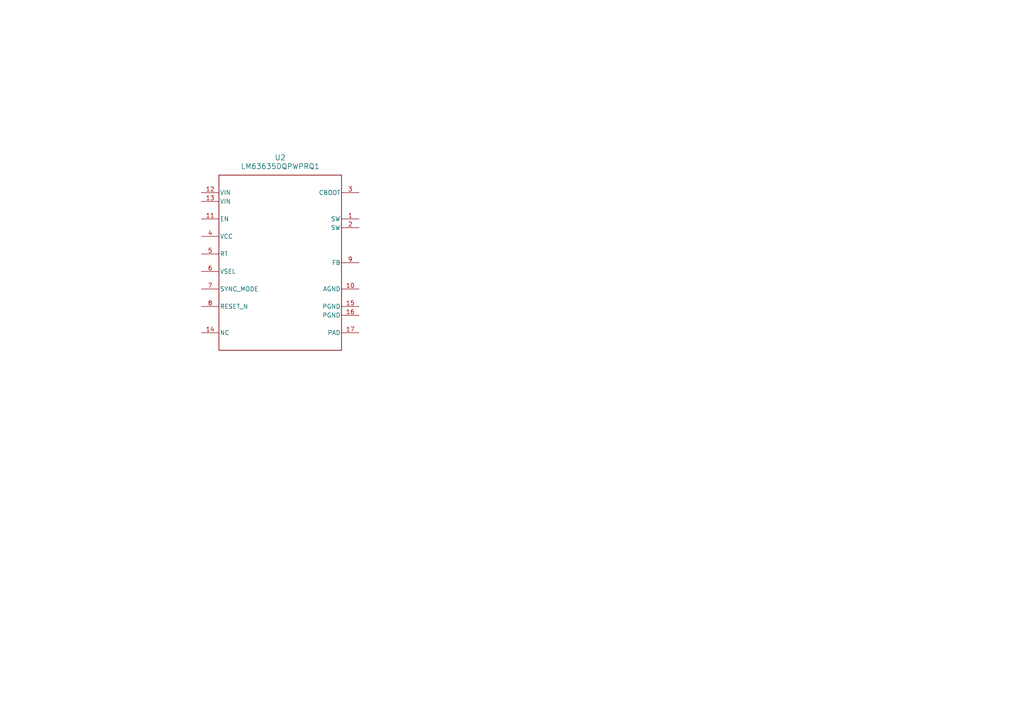
<source format=kicad_sch>
(kicad_sch (version 20231120) (generator "eeschema") (generator_version "8.0")
  (paper "A4")
  (lib_symbols
    (symbol "NginR-lib:LM63635DQPWPRQ1" (pin_names (offset 0.254))
      (property "Reference" "U" (at 1.27 1.778 0))
      (property "Value" "LM63635DQPWPRQ1" (at 11.938 -53.34 0))
      (symbol "LM63635DQPWPRQ1_0_1"
        (polyline (pts (xy 0 -50.8) (xy 35.56 -50.8)) (stroke (width 0.2032)))
        (polyline (pts (xy 0 0) (xy 0 -50.8)) (stroke (width 0.2032)))
        (polyline (pts (xy 35.56 -50.8) (xy 35.56 0)) (stroke (width 0.2032)))
        (polyline (pts (xy 35.56 0) (xy 0 0)) (stroke (width 0.2032)))
        (pin power_in line (at 40.64 -12.7 180) (length 5.08) (name "SW") (number "1"))
        (pin power_in line (at 40.64 -33.02 180) (length 5.08) (name "AGND") (number "10"))
        (pin input line (at -5.08 -12.7 0) (length 5.08) (name "EN") (number "11"))
        (pin power_in line (at -5.08 -5.08 0) (length 5.08) (name "VIN") (number "12"))
        (pin power_in line (at -5.08 -7.62 0) (length 5.08) (name "VIN") (number "13"))
        (pin unspecified line (at -5.08 -45.72 0) (length 5.08) (name "NC") (number "14"))
        (pin power_in line (at 40.64 -38.1 180) (length 5.08) (name "PGND") (number "15"))
        (pin power_in line (at 40.64 -40.64 180) (length 5.08) (name "PGND") (number "16"))
        (pin power_in line (at 40.64 -45.72 180) (length 5.08) (name "PAD") (number "17"))
        (pin power_in line (at 40.64 -15.24 180) (length 5.08) (name "SW") (number "2"))
        (pin power_in line (at 40.64 -5.08 180) (length 5.08) (name "CBOOT") (number "3"))
        (pin power_in line (at -5.08 -17.78 0) (length 5.08) (name "VCC") (number "4"))
        (pin input line (at -5.08 -22.86 0) (length 5.08) (name "RT") (number "5"))
        (pin input line (at -5.08 -27.94 0) (length 5.08) (name "VSEL") (number "6"))
        (pin input line (at -5.08 -33.02 0) (length 5.08) (name "SYNC_MODE") (number "7"))
        (pin open_collector line (at -5.08 -38.1 0) (length 5.08) (name "RESET_N") (number "8"))
        (pin input line (at 40.64 -25.4 180) (length 5.08) (name "FB") (number "9"))
      )
    )
  )
  (symbol (lib_id "NginR-lib:LM63635DQPWPRQ1") (at 63.5 50.8 0) (unit 1)
    (property "Reference" "U2" (at 81.28 45.72 0) (effects (font (size 1.524 1.524))))
    (property "Value" "LM63635DQPWPRQ1" (at 81.28 48.26 0) (effects (font (size 1.524 1.524))))
    (property "Footprint" "PWP0016K-IPC_A" (effects (hide yes)))
    (property "Datasheet" "LM63635DQPWPRQ1" (effects (hide yes)))
  )
)
</source>
